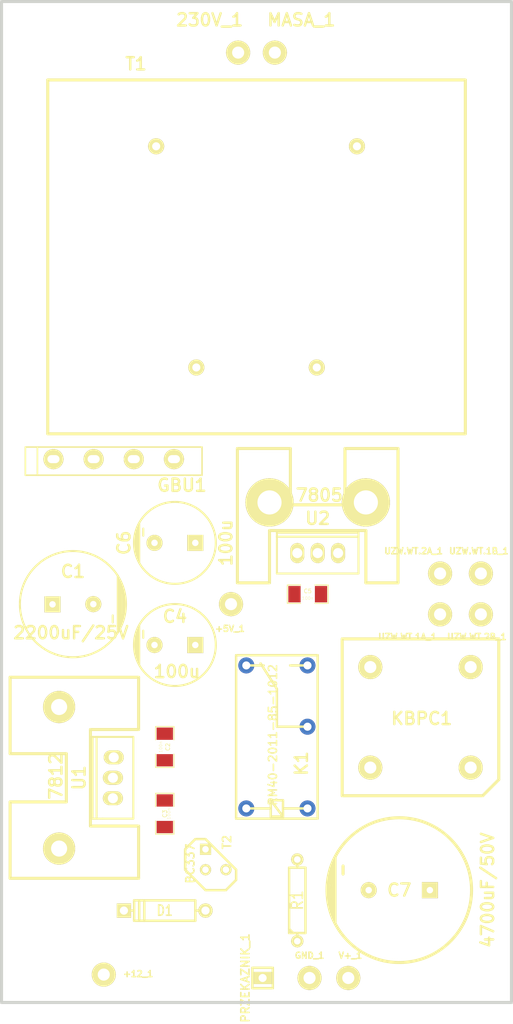
<source format=kicad_pcb>
(kicad_pcb (version 4) (host pcbnew 4.0.7)

  (general
    (links 39)
    (no_connects 39)
    (area 41.719499 32.66694 105.600501 161.495619)
    (thickness 1.6002)
    (drawings 4)
    (tracks 0)
    (zones 0)
    (modules 27)
    (nets 17)
  )

  (page A4)
  (title_block
    (date "29 dec 2016")
  )

  (layers
    (0 Gorna signal)
    (31 Dolna signal)
    (32 B.Adhes user)
    (33 F.Adhes user)
    (34 B.Paste user)
    (35 F.Paste user)
    (36 B.SilkS user)
    (37 F.SilkS user)
    (38 B.Mask user)
    (39 F.Mask user)
    (40 Dwgs.User user)
    (41 Cmts.User user)
    (42 Eco1.User user)
    (43 Eco2.User user)
    (44 Edge.Cuts user)
  )

  (setup
    (last_trace_width 0.508)
    (trace_clearance 0.254)
    (zone_clearance 0.508)
    (zone_45_only no)
    (trace_min 0.2032)
    (segment_width 0.381)
    (edge_width 0.381)
    (via_size 0.889)
    (via_drill 0.635)
    (via_min_size 0.889)
    (via_min_drill 0.508)
    (uvia_size 0.508)
    (uvia_drill 0.127)
    (uvias_allowed no)
    (uvia_min_size 0.508)
    (uvia_min_drill 0.127)
    (pcb_text_width 0.3048)
    (pcb_text_size 1.524 2.032)
    (mod_edge_width 0.381)
    (mod_text_size 1.524 1.524)
    (mod_text_width 0.3048)
    (pad_size 1.524 1.524)
    (pad_drill 0.8128)
    (pad_to_mask_clearance 0.254)
    (aux_axis_origin 41.91 34.29)
    (grid_origin 41.91 34.29)
    (visible_elements 7FFFFFFF)
    (pcbplotparams
      (layerselection 0x00030_80000001)
      (usegerberextensions true)
      (excludeedgelayer true)
      (linewidth 0.150000)
      (plotframeref false)
      (viasonmask false)
      (mode 1)
      (useauxorigin true)
      (hpglpennumber 1)
      (hpglpenspeed 20)
      (hpglpendiameter 15)
      (hpglpenoverlay 0)
      (psnegative false)
      (psa4output false)
      (plotreference true)
      (plotvalue true)
      (plotinvisibletext false)
      (padsonsilk false)
      (subtractmaskfromsilk true)
      (outputformat 1)
      (mirror false)
      (drillshape 1)
      (scaleselection 1)
      (outputdirectory Gerber_zasilanie/))
  )

  (net 0 "")
  (net 1 /+12V)
  (net 2 /+5V)
  (net 3 /V+)
  (net 4 GND)
  (net 5 N-000001)
  (net 6 N-000002)
  (net 7 N-000003)
  (net 8 N-000004)
  (net 9 N-000005)
  (net 10 N-000006)
  (net 11 N-000007)
  (net 12 N-000008)
  (net 13 N-000009)
  (net 14 N-000010)
  (net 15 N-000014)
  (net 16 N-000016)

  (net_class Default "To jest domyślna klasa połączeń."
    (clearance 0.254)
    (trace_width 0.508)
    (via_dia 0.889)
    (via_drill 0.635)
    (uvia_dia 0.508)
    (uvia_drill 0.127)
    (add_net N-000003)
    (add_net N-000004)
  )

  (net_class Zasilanie_glowne ""
    (clearance 0.254)
    (trace_width 2.032)
    (via_dia 0.889)
    (via_drill 0.635)
    (uvia_dia 0.508)
    (uvia_drill 0.127)
    (add_net /V+)
    (add_net GND)
    (add_net N-000001)
    (add_net N-000007)
    (add_net N-000008)
    (add_net N-000009)
    (add_net N-000010)
    (add_net N-000014)
  )

  (net_class Zasilanie_reszta ""
    (clearance 0.254)
    (trace_width 0.508)
    (via_dia 0.889)
    (via_drill 0.635)
    (uvia_dia 0.508)
    (uvia_drill 0.127)
    (add_net /+12V)
    (add_net /+5V)
    (add_net N-000002)
    (add_net N-000005)
    (add_net N-000006)
    (add_net N-000016)
  )

  (module to220_radiator_25x50x16 (layer Gorna) (tedit 5852E024) (tstamp 5846F63E)
    (at 55.88 130.81 90)
    (descr "TO220, standard design, with Aavid 5770 type heatsink")
    (path /5844339F)
    (fp_text reference U1 (at 0 -4.318 90) (layer F.SilkS)
      (effects (font (thickness 0.3048)))
    )
    (fp_text value 7812 (at 0.20066 -7.2009 90) (layer F.SilkS)
      (effects (font (thickness 0.3048)))
    )
    (fp_line (start 2.99974 -12.90066) (end 12.49934 -12.90066) (layer F.SilkS) (width 0.381))
    (fp_line (start 12.49934 -12.90066) (end 12.49934 3.0988) (layer F.SilkS) (width 0.381))
    (fp_line (start 12.49934 3.0988) (end 5.99948 3.0988) (layer F.SilkS) (width 0.381))
    (fp_line (start 5.99948 3.0988) (end 5.99948 -2.90068) (layer F.SilkS) (width 0.381))
    (fp_line (start 5.99948 -2.90068) (end -5.99948 -2.90068) (layer F.SilkS) (width 0.381))
    (fp_line (start -5.99948 -2.90068) (end -5.99948 3.0988) (layer F.SilkS) (width 0.381))
    (fp_line (start -5.99948 3.0988) (end -12.49934 3.0988) (layer F.SilkS) (width 0.381))
    (fp_line (start -12.49934 3.0988) (end -12.49934 -12.90066) (layer F.SilkS) (width 0.381))
    (fp_line (start -12.49934 -12.90066) (end -2.99974 -12.90066) (layer F.SilkS) (width 0.381))
    (fp_line (start -2.99974 -12.90066) (end -2.99974 -5.90042) (layer F.SilkS) (width 0.381))
    (fp_line (start -2.99974 -5.90042) (end 2.99974 -5.90042) (layer F.SilkS) (width 0.381))
    (fp_line (start 2.99974 -5.90042) (end 2.99974 -12.90066) (layer F.SilkS) (width 0.381))
    (fp_line (start -5.08 -2.13106) (end 5.08 -2.13106) (layer F.SilkS) (width 0.254))
    (fp_line (start -5.08 -1.36906) (end -5.08 2.44094) (layer F.SilkS) (width 0.254))
    (fp_line (start -5.08 2.44094) (end 5.08 2.44094) (layer F.SilkS) (width 0.254))
    (fp_line (start 5.08 2.44094) (end 5.08 -2.63906) (layer F.SilkS) (width 0.254))
    (fp_line (start 5.08 -2.63906) (end -5.08 -2.63906) (layer F.SilkS) (width 0.254))
    (fp_line (start -5.08 -2.63906) (end -5.08 -1.36906) (layer F.SilkS) (width 0.254))
    (pad "" thru_hole circle (at -8.8011 -6.79958 90) (size 4.0005 4.0005) (drill 1.99898) (layers *.Cu *.Mask F.SilkS))
    (pad 1 thru_hole oval (at -2.54 -0.1016 90) (size 1.74498 2.49936) (drill 1.24968) (layers *.Cu *.Mask F.SilkS)
      (net 16 N-000016))
    (pad 2 thru_hole oval (at 0 -0.09906 90) (size 1.74498 2.49936) (drill 1.24968) (layers *.Cu *.Mask F.SilkS)
      (net 4 GND))
    (pad 3 thru_hole oval (at 2.54 0 90) (size 1.74498 2.49936) (drill 1.24968) (layers *.Cu *.Mask F.SilkS)
      (net 1 /+12V))
    (pad "" thru_hole circle (at 8.8011 -6.79958 90) (size 4.0005 4.0005) (drill 1.99898) (layers *.Cu *.Mask F.SilkS))
    (model walter\to\to220_std_5770.wrl
      (at (xyz 0 0 0))
      (scale (xyz 1 1 1))
      (rotate (xyz 0 0 0))
    )
  )

  (module to220_radiator_20x40x16 (layer Gorna) (tedit 5852DFBE) (tstamp 5846E47B)
    (at 81.28 102.87)
    (descr "TO220, standard design, with Aavid 5770 type heatsink")
    (path /584433CF)
    (fp_text reference U2 (at 0 -4.318) (layer F.SilkS)
      (effects (font (thickness 0.3048)))
    )
    (fp_text value 7805 (at 0.20066 -7.2009) (layer F.SilkS)
      (effects (font (thickness 0.3048)))
    )
    (fp_line (start -9.99998 -12.99972) (end -3.40106 -12.99972) (layer F.SilkS) (width 0.381))
    (fp_line (start -3.40106 -12.99972) (end -3.40106 -5.99948) (layer F.SilkS) (width 0.381))
    (fp_line (start -3.40106 -5.99948) (end 3.39852 -5.99948) (layer F.SilkS) (width 0.381))
    (fp_line (start 3.39852 -5.99948) (end 3.39852 -12.99972) (layer F.SilkS) (width 0.381))
    (fp_line (start 3.39852 -12.99972) (end 9.99998 -12.99972) (layer F.SilkS) (width 0.381))
    (fp_line (start 5.99948 3.59918) (end 5.99948 3.69824) (layer F.SilkS) (width 0.381))
    (fp_line (start 5.99948 3.69824) (end 9.99998 3.69824) (layer F.SilkS) (width 0.381))
    (fp_line (start 9.99998 3.69824) (end 9.99998 -12.99972) (layer F.SilkS) (width 0.381))
    (fp_line (start 9.99998 -12.99972) (end 9.99998 -12.8016) (layer F.SilkS) (width 0.381))
    (fp_line (start -5.99948 3.69824) (end -5.99948 -2.80162) (layer F.SilkS) (width 0.381))
    (fp_line (start -5.99948 -2.80162) (end 5.99948 -2.80162) (layer F.SilkS) (width 0.381))
    (fp_line (start 5.99948 -2.80162) (end 5.99948 3.69824) (layer F.SilkS) (width 0.381))
    (fp_line (start -9.99998 3.69824) (end -5.99948 3.69824) (layer F.SilkS) (width 0.381))
    (fp_line (start -9.99998 -12.99972) (end -9.99998 3.69824) (layer F.SilkS) (width 0.381))
    (fp_line (start -5.08 -2.032) (end 5.08 -2.032) (layer F.SilkS) (width 0.254))
    (fp_line (start -5.08 -1.27) (end -5.08 2.54) (layer F.SilkS) (width 0.254))
    (fp_line (start -5.08 2.54) (end 5.08 2.54) (layer F.SilkS) (width 0.254))
    (fp_line (start 5.08 2.54) (end 5.08 -2.54) (layer F.SilkS) (width 0.254))
    (fp_line (start 5.08 -2.54) (end -5.08 -2.54) (layer F.SilkS) (width 0.254))
    (fp_line (start -5.08 -2.54) (end -5.08 -1.27) (layer F.SilkS) (width 0.254))
    (pad "" thru_hole circle (at -5.99948 -6.2992) (size 5.99948 5.99948) (drill 2.99974) (layers *.Cu *.Mask F.SilkS))
    (pad 1 thru_hole oval (at -2.54 0) (size 1.74498 2.49936) (drill 1.24968) (layers *.Cu *.Mask F.SilkS)
      (net 1 /+12V))
    (pad 2 thru_hole oval (at 0 0) (size 1.74498 2.49936) (drill 1.24968) (layers *.Cu *.Mask F.SilkS)
      (net 4 GND))
    (pad 3 thru_hole oval (at 2.54 0) (size 1.74498 2.49936) (drill 1.24968) (layers *.Cu *.Mask F.SilkS)
      (net 2 /+5V))
    (pad "" thru_hole circle (at 5.99948 -6.2992) (size 5.99948 5.99948) (drill 2.99974) (layers *.Cu *.Mask F.SilkS))
    (model walter\to\to220_std_5770.wrl
      (at (xyz 0 0 0))
      (scale (xyz 1 1 1))
      (rotate (xyz 0 0 0))
    )
  )

  (module Transformer_52x44 (layer Gorna) (tedit 582A1333) (tstamp 5846E478)
    (at 73.66 66.04)
    (tags "Transformator (52mm x 44mm)")
    (path /584432D1)
    (fp_text reference T1 (at -14.9987 -23.99792) (layer F.SilkS)
      (effects (font (thickness 0.3048)))
    )
    (fp_text value 12VA (at 0.00254 0.00254) (layer F.SilkS) hide
      (effects (font (thickness 0.3048)))
    )
    (fp_line (start -25.99436 -22.00148) (end 26.00452 -22.00148) (layer F.SilkS) (width 0.381))
    (fp_line (start 26.00452 -22.00148) (end 26.00452 21.99894) (layer F.SilkS) (width 0.381))
    (fp_line (start 26.00452 21.99894) (end -25.99436 21.99894) (layer F.SilkS) (width 0.381))
    (fp_line (start -25.99436 21.99894) (end -25.99436 -22.00148) (layer F.SilkS) (width 0.381))
    (pad 1 thru_hole circle (at -12.49426 -13.74902) (size 1.99898 1.99898) (drill 1.00076) (layers *.Cu *.Mask F.SilkS)
      (net 12 N-000008))
    (pad 2 thru_hole circle (at 12.50696 -13.74902) (size 1.99898 1.99898) (drill 1.00076) (layers *.Cu *.Mask F.SilkS)
      (net 11 N-000007))
    (pad 3 thru_hole circle (at 7.5057 13.75156) (size 1.99898 1.99898) (drill 1.00076) (layers *.Cu *.Mask F.SilkS)
      (net 10 N-000006))
    (pad 4 thru_hole circle (at -7.493 13.75156) (size 1.99898 1.99898) (drill 1.00076) (layers *.Cu *.Mask F.SilkS)
      (net 9 N-000005))
  )

  (module TO92-EBC (layer Gorna) (tedit 4718C1A9) (tstamp 5846E479)
    (at 68.58 140.97 90)
    (descr "Transistor TO92 brochage type BC237")
    (tags "TR TO92")
    (path /58469CC2)
    (fp_text reference T2 (at 2.159 1.397 90) (layer F.SilkS)
      (effects (font (size 1.016 1.016) (thickness 0.2032)))
    )
    (fp_text value BC337 (at -0.508 -3.175 90) (layer F.SilkS)
      (effects (font (size 1.016 1.016) (thickness 0.2032)))
    )
    (fp_line (start -1.27 2.54) (end 2.54 -1.27) (layer F.SilkS) (width 0.3048))
    (fp_line (start 2.54 -1.27) (end 2.54 -2.54) (layer F.SilkS) (width 0.3048))
    (fp_line (start 2.54 -2.54) (end 1.27 -3.81) (layer F.SilkS) (width 0.3048))
    (fp_line (start 1.27 -3.81) (end -1.27 -3.81) (layer F.SilkS) (width 0.3048))
    (fp_line (start -1.27 -3.81) (end -3.81 -1.27) (layer F.SilkS) (width 0.3048))
    (fp_line (start -3.81 -1.27) (end -3.81 1.27) (layer F.SilkS) (width 0.3048))
    (fp_line (start -3.81 1.27) (end -2.54 2.54) (layer F.SilkS) (width 0.3048))
    (fp_line (start -2.54 2.54) (end -1.27 2.54) (layer F.SilkS) (width 0.3048))
    (pad E thru_hole rect (at 1.27 -1.27 90) (size 1.397 1.397) (drill 0.8128) (layers *.Cu *.Mask F.SilkS)
      (net 4 GND))
    (pad B thru_hole circle (at -1.27 -1.27 90) (size 1.397 1.397) (drill 0.8128) (layers *.Cu *.Mask F.SilkS)
      (net 7 N-000003))
    (pad C thru_hole circle (at -1.27 1.27 90) (size 1.397 1.397) (drill 0.8128) (layers *.Cu *.Mask F.SilkS)
      (net 6 N-000002))
    (model discret/to98.wrl
      (at (xyz 0 0 0))
      (scale (xyz 1 1 1))
      (rotate (xyz 0 0 0))
    )
  )

  (module SM1206 (layer Gorna) (tedit 4F22E74B) (tstamp 5846E47C)
    (at 62.24016 126.97968 270)
    (path /5844331A)
    (attr smd)
    (fp_text reference C2 (at 0 -0.381 270) (layer F.SilkS)
      (effects (font (size 0.508 0.508) (thickness 0.0762)))
    )
    (fp_text value 100n (at 0 0.508 270) (layer F.SilkS)
      (effects (font (size 0.381 0.381) (thickness 0.03048)))
    )
    (fp_line (start -2.54 -1.143) (end -2.54 1.143) (layer F.SilkS) (width 0.127))
    (fp_line (start -2.54 1.143) (end -0.889 1.143) (layer F.SilkS) (width 0.127))
    (fp_line (start 0.889 -1.143) (end 2.54 -1.143) (layer F.SilkS) (width 0.127))
    (fp_line (start 2.54 -1.143) (end 2.54 1.143) (layer F.SilkS) (width 0.127))
    (fp_line (start 2.54 1.143) (end 0.889 1.143) (layer F.SilkS) (width 0.127))
    (fp_line (start -0.889 -1.143) (end -2.54 -1.143) (layer F.SilkS) (width 0.127))
    (pad 1 smd rect (at -1.651 0 270) (size 1.524 2.032) (layers Gorna F.Paste F.Mask)
      (net 16 N-000016))
    (pad 2 smd rect (at 1.651 0 270) (size 1.524 2.032) (layers Gorna F.Paste F.Mask)
      (net 4 GND))
    (model smd/chip_cms.wrl
      (at (xyz 0 0 0.001))
      (scale (xyz 0.17 0.16 0.16))
      (rotate (xyz 0 0 0))
    )
  )

  (module SM1206 (layer Gorna) (tedit 5846E6DB) (tstamp 5846E47E)
    (at 62.24016 135.2804 90)
    (path /584433AA)
    (attr smd)
    (fp_text reference C3 (at 0 0 90) (layer F.SilkS)
      (effects (font (size 0.508 0.508) (thickness 0.0762)))
    )
    (fp_text value 100n (at 0 0.508 90) (layer F.SilkS)
      (effects (font (size 0.381 0.381) (thickness 0.03048)))
    )
    (fp_line (start -2.54 -1.143) (end -2.54 1.143) (layer F.SilkS) (width 0.127))
    (fp_line (start -2.54 1.143) (end -0.889 1.143) (layer F.SilkS) (width 0.127))
    (fp_line (start 0.889 -1.143) (end 2.54 -1.143) (layer F.SilkS) (width 0.127))
    (fp_line (start 2.54 -1.143) (end 2.54 1.143) (layer F.SilkS) (width 0.127))
    (fp_line (start 2.54 1.143) (end 0.889 1.143) (layer F.SilkS) (width 0.127))
    (fp_line (start -0.889 -1.143) (end -2.54 -1.143) (layer F.SilkS) (width 0.127))
    (pad 1 smd rect (at -1.651 0 90) (size 1.524 2.032) (layers Gorna F.Paste F.Mask)
      (net 1 /+12V))
    (pad 2 smd rect (at 1.651 0 90) (size 1.524 2.032) (layers Gorna F.Paste F.Mask)
      (net 4 GND))
    (model smd/chip_cms.wrl
      (at (xyz 0 0 0.001))
      (scale (xyz 0.17 0.16 0.16))
      (rotate (xyz 0 0 0))
    )
  )

  (module SM1206 (layer Gorna) (tedit 4F22E74B) (tstamp 5846E480)
    (at 80.04048 107.98048)
    (path /584433E6)
    (attr smd)
    (fp_text reference C5 (at 0 -0.381) (layer F.SilkS)
      (effects (font (size 0.508 0.508) (thickness 0.0762)))
    )
    (fp_text value 100n (at 0 0.508) (layer F.SilkS)
      (effects (font (size 0.381 0.381) (thickness 0.03048)))
    )
    (fp_line (start -2.54 -1.143) (end -2.54 1.143) (layer F.SilkS) (width 0.127))
    (fp_line (start -2.54 1.143) (end -0.889 1.143) (layer F.SilkS) (width 0.127))
    (fp_line (start 0.889 -1.143) (end 2.54 -1.143) (layer F.SilkS) (width 0.127))
    (fp_line (start 2.54 -1.143) (end 2.54 1.143) (layer F.SilkS) (width 0.127))
    (fp_line (start 2.54 1.143) (end 0.889 1.143) (layer F.SilkS) (width 0.127))
    (fp_line (start -0.889 -1.143) (end -2.54 -1.143) (layer F.SilkS) (width 0.127))
    (pad 1 smd rect (at -1.651 0) (size 1.524 2.032) (layers Gorna F.Paste F.Mask)
      (net 2 /+5V))
    (pad 2 smd rect (at 1.651 0) (size 1.524 2.032) (layers Gorna F.Paste F.Mask)
      (net 4 GND))
    (model smd/chip_cms.wrl
      (at (xyz 0 0 0.001))
      (scale (xyz 0.17 0.16 0.16))
      (rotate (xyz 0 0 0))
    )
  )

  (module relay_PE (layer Gorna) (tedit 5852AA83) (tstamp 5846F6A1)
    (at 76.2 125.73 90)
    (descr "relay, PE series")
    (path /5846E38D)
    (fp_text reference K1 (at -3.302 3.048 90) (layer F.SilkS)
      (effects (font (thickness 0.3048)))
    )
    (fp_text value RM40-2011-85-1012 (at 0.254 -0.508 90) (layer F.SilkS)
      (effects (font (size 1.016 1.016) (thickness 0.1905)))
    )
    (fp_line (start 5.969 0) (end 9.144 -2.032) (layer F.SilkS) (width 0.3048))
    (fp_line (start 8.89 -1.651) (end 8.89 -3.81) (layer F.SilkS) (width 0.3048))
    (fp_line (start 8.89 3.81) (end 8.89 1.651) (layer F.SilkS) (width 0.3048))
    (fp_line (start 1.27 3.81) (end 1.27 0) (layer F.SilkS) (width 0.3048))
    (fp_line (start 1.27 0) (end 5.969 0) (layer F.SilkS) (width 0.3048))
    (fp_line (start -8.89 3.81) (end -8.89 0.762) (layer F.SilkS) (width 0.3048))
    (fp_line (start -8.89 -3.81) (end -8.89 -0.762) (layer F.SilkS) (width 0.3048))
    (fp_line (start -9.906 0.762) (end -7.874 -0.762) (layer F.SilkS) (width 0.3048))
    (fp_line (start -9.906 -0.762) (end -7.874 -0.762) (layer F.SilkS) (width 0.3048))
    (fp_line (start -7.874 -0.762) (end -7.874 0.762) (layer F.SilkS) (width 0.3048))
    (fp_line (start -7.874 0.762) (end -9.906 0.762) (layer F.SilkS) (width 0.3048))
    (fp_line (start -9.906 0.762) (end -9.906 -0.762) (layer F.SilkS) (width 0.3048))
    (fp_line (start -10.16 -5.08) (end -10.16 5.08) (layer F.SilkS) (width 0.3048))
    (fp_line (start -10.16 5.08) (end 10.16 5.08) (layer F.SilkS) (width 0.3048))
    (fp_line (start 10.16 5.08) (end 10.16 -5.08) (layer F.SilkS) (width 0.3048))
    (fp_line (start 10.16 -5.08) (end -10.16 -5.08) (layer F.SilkS) (width 0.3048))
    (pad 1 thru_hole circle (at -8.89 3.81 270) (size 1.99898 1.99898) (drill 1.00076) (layers *.Cu *.Mask)
      (net 1 /+12V))
    (pad 11 thru_hole circle (at 1.27 3.81 270) (size 1.99898 1.99898) (drill 1.00076) (layers *.Cu *.Mask)
      (net 13 N-000009))
    (pad 14 thru_hole circle (at 8.89 3.81 270) (size 1.99898 1.99898) (drill 1.00076) (layers *.Cu *.Mask)
      (net 14 N-000010))
    (pad 12 thru_hole circle (at 8.89 -3.81 270) (size 1.99898 1.99898) (drill 1.00076) (layers *.Cu *.Mask)
      (net 15 N-000014))
    (pad 2 thru_hole circle (at -8.89 -3.81 270) (size 1.99898 1.99898) (drill 1.00076) (layers *.Cu *.Mask)
      (net 6 N-000002))
    (model walter\relay\relay_PE.wrl
      (at (xyz 0 0 0))
      (scale (xyz 1 1 1))
      (rotate (xyz 0 0 0))
    )
  )

  (module R4 (layer Gorna) (tedit 5846F8E3) (tstamp 5846E484)
    (at 78.74 146.05 90)
    (descr "Resitance 4 pas")
    (tags R)
    (path /58469CC8)
    (autoplace_cost180 10)
    (fp_text reference R1 (at 0 0 90) (layer F.SilkS)
      (effects (font (size 1.397 1.27) (thickness 0.2032)))
    )
    (fp_text value 4,7k (at 0 0 90) (layer F.SilkS) hide
      (effects (font (size 0.127 0.127) (thickness 0.03048)))
    )
    (fp_line (start -5.08 0) (end -4.064 0) (layer F.SilkS) (width 0.3048))
    (fp_line (start -4.064 0) (end -4.064 -1.016) (layer F.SilkS) (width 0.3048))
    (fp_line (start -4.064 -1.016) (end 4.064 -1.016) (layer F.SilkS) (width 0.3048))
    (fp_line (start 4.064 -1.016) (end 4.064 1.016) (layer F.SilkS) (width 0.3048))
    (fp_line (start 4.064 1.016) (end -4.064 1.016) (layer F.SilkS) (width 0.3048))
    (fp_line (start -4.064 1.016) (end -4.064 0) (layer F.SilkS) (width 0.3048))
    (fp_line (start -4.064 -0.508) (end -3.556 -1.016) (layer F.SilkS) (width 0.3048))
    (fp_line (start 5.08 0) (end 4.064 0) (layer F.SilkS) (width 0.3048))
    (pad 1 thru_hole circle (at -5.08 0 90) (size 1.524 1.524) (drill 0.8128) (layers *.Cu *.Mask F.SilkS)
      (net 8 N-000004))
    (pad 2 thru_hole circle (at 5.08 0 90) (size 1.524 1.524) (drill 0.8128) (layers *.Cu *.Mask F.SilkS)
      (net 7 N-000003))
    (model discret/resistor.wrl
      (at (xyz 0 0 0))
      (scale (xyz 0.4 0.4 0.4))
      (rotate (xyz 0 0 0))
    )
  )

  (module KBPC10 (layer Gorna) (tedit 5852AA8D) (tstamp 5846E485)
    (at 100.33 129.54 180)
    (tags "Obudowa KBPC10")
    (path /58443A5C)
    (fp_text reference KBPC1 (at 6.096 6.096 180) (layer F.SilkS)
      (effects (font (thickness 0.3048)))
    )
    (fp_text value BRIDGE (at 6.35 6.35 180) (layer F.SilkS) hide
      (effects (font (thickness 0.3048)))
    )
    (fp_line (start -1.50114 -3.50012) (end 15.99946 -3.50012) (layer F.SilkS) (width 0.381))
    (fp_line (start 15.99946 -3.50012) (end 15.99946 15.99946) (layer F.SilkS) (width 0.381))
    (fp_line (start 15.99946 15.99946) (end -3.50012 15.99946) (layer F.SilkS) (width 0.381))
    (fp_line (start -3.50012 15.99946) (end -3.50012 -1.50114) (layer F.SilkS) (width 0.381))
    (fp_line (start -3.50012 -1.50114) (end -1.50114 -3.50012) (layer F.SilkS) (width 0.381))
    (pad 1 thru_hole circle (at 12.49934 12.49934 180) (size 2.99974 2.99974) (drill 1.50114) (layers *.Cu *.Mask F.SilkS)
      (net 4 GND))
    (pad 2 thru_hole circle (at 12.49934 0 180) (size 2.99974 2.99974) (drill 1.50114) (layers *.Cu *.Mask F.SilkS)
      (net 5 N-000001))
    (pad 3 thru_hole circle (at 0 0 180) (size 2.99974 2.99974) (drill 1.50114) (layers *.Cu *.Mask F.SilkS)
      (net 3 /V+))
    (pad 4 thru_hole circle (at 0 12.49934 180) (size 2.99974 2.99974) (drill 1.50114) (layers *.Cu *.Mask F.SilkS)
      (net 13 N-000009))
  )

  (module GBU (layer Gorna) (tedit 582A1CCC) (tstamp 5846E486)
    (at 55.88 91.44 180)
    (path /584432E4)
    (fp_text reference GBU1 (at -8.4963 -2.9972 180) (layer F.SilkS)
      (effects (font (thickness 0.3048)))
    )
    (fp_text value BRIDGE (at 6.5024 -2.9972 180) (layer F.SilkS) hide
      (effects (font (thickness 0.3048)))
    )
    (fp_line (start 9.50214 -1.74752) (end 9.50214 1.7526) (layer F.SilkS) (width 0.20066))
    (fp_line (start -10.9982 -1.74752) (end 11.00074 -1.74752) (layer F.SilkS) (width 0.20066))
    (fp_line (start 11.00074 -1.74752) (end 11.00074 1.7526) (layer F.SilkS) (width 0.20066))
    (fp_line (start 11.00074 1.7526) (end -10.9982 1.7526) (layer F.SilkS) (width 0.20066))
    (fp_line (start -10.9982 1.7526) (end -10.9982 -1.74752) (layer F.SilkS) (width 0.20066))
    (pad 1 thru_hole circle (at -7.49808 0.25146 180) (size 2.49936 2.49936) (drill oval 1.50114 1.00076) (layers *.Cu *.Mask F.SilkS)
      (net 4 GND))
    (pad 2 thru_hole circle (at -2.49682 0.25146 180) (size 2.49936 2.49936) (drill oval 1.50114 1.00076) (layers *.Cu *.Mask F.SilkS)
      (net 10 N-000006))
    (pad 3 thru_hole circle (at 7.50316 0.25146 180) (size 2.49936 2.49936) (drill oval 1.50114 1.00076) (layers *.Cu *.Mask F.SilkS)
      (net 16 N-000016))
    (pad 4 thru_hole circle (at 2.5019 0.25146 180) (size 2.49936 2.49936) (drill oval 1.50114 1.00076) (layers *.Cu *.Mask F.SilkS)
      (net 9 N-000005))
  )

  (module D4 (layer Gorna) (tedit 5846F8A7) (tstamp 5846E487)
    (at 62.23 147.32 180)
    (descr "Diode 4 pas")
    (tags "DIODE DEV")
    (path /58469F5A)
    (fp_text reference D1 (at 0 0 180) (layer F.SilkS)
      (effects (font (size 1.27 1.016) (thickness 0.2032)))
    )
    (fp_text value 1N5819 (at 0 0 180) (layer F.SilkS) hide
      (effects (font (size 0.127 0.127) (thickness 0.03048)))
    )
    (fp_line (start -3.81 -1.27) (end 3.81 -1.27) (layer F.SilkS) (width 0.3048))
    (fp_line (start 3.81 -1.27) (end 3.81 1.27) (layer F.SilkS) (width 0.3048))
    (fp_line (start 3.81 1.27) (end -3.81 1.27) (layer F.SilkS) (width 0.3048))
    (fp_line (start -3.81 1.27) (end -3.81 -1.27) (layer F.SilkS) (width 0.3048))
    (fp_line (start 3.175 -1.27) (end 3.175 1.27) (layer F.SilkS) (width 0.3048))
    (fp_line (start 2.54 1.27) (end 2.54 -1.27) (layer F.SilkS) (width 0.3048))
    (fp_line (start -3.81 0) (end -5.08 0) (layer F.SilkS) (width 0.3048))
    (fp_line (start 3.81 0) (end 5.08 0) (layer F.SilkS) (width 0.3048))
    (pad 1 thru_hole circle (at -5.08 0 180) (size 1.778 1.778) (drill 1.016) (layers *.Cu *.Mask F.SilkS)
      (net 6 N-000002))
    (pad 2 thru_hole rect (at 5.08 0 180) (size 1.778 1.778) (drill 1.016) (layers *.Cu *.Mask F.SilkS)
      (net 1 /+12V))
    (model discret/diode.wrl
      (at (xyz 0 0 0))
      (scale (xyz 0.4 0.4 0.4))
      (rotate (xyz 0 0 0))
    )
  )

  (module CP_18x37mm (layer Gorna) (tedit 5852A969) (tstamp 5852A974)
    (at 91.44 144.78 90)
    (descr "Capacitor, pol, cyl 16x25mm")
    (path /58443AB3)
    (fp_text reference C7 (at 0 0 180) (layer F.SilkS)
      (effects (font (thickness 0.3048)))
    )
    (fp_text value 4700uF/50V (at 0 11.00074 90) (layer F.SilkS)
      (effects (font (thickness 0.3048)))
    )
    (fp_line (start 1.99898 -7.00024) (end 2.99974 -7.00024) (layer F.SilkS) (width 0.381))
    (fp_line (start -4.0005 -8.001) (end 4.0005 -8.001) (layer F.SilkS) (width 0.381))
    (fp_line (start 4.0005 -8.001) (end 0.76962 -8.71982) (layer F.SilkS) (width 0.381))
    (fp_line (start 0.76962 -8.71982) (end -1.56972 -8.66902) (layer F.SilkS) (width 0.381))
    (fp_line (start -1.56972 -8.66902) (end -3.07086 -8.27024) (layer F.SilkS) (width 0.381))
    (fp_line (start -3.07086 -8.27024) (end -0.381 -8.33882) (layer F.SilkS) (width 0.381))
    (fp_line (start -0.381 -8.33882) (end 1.81102 -8.33882) (layer F.SilkS) (width 0.381))
    (fp_line (start 1.81102 -8.33882) (end 2.79908 -8.18896) (layer F.SilkS) (width 0.381))
    (fp_circle (center 0 0) (end 8.99922 0) (layer F.SilkS) (width 0.381))
    (pad 2 thru_hole circle (at 0 -3.81 90) (size 1.99898 1.99898) (drill 0.8001) (layers *.Cu *.Mask F.SilkS)
      (net 4 GND))
    (pad 1 thru_hole rect (at 0 3.81 90) (size 1.99898 1.99898) (drill 0.8001) (layers *.Cu *.Mask F.SilkS)
      (net 3 /V+))
    (model discret/capacitor/cp_16x25mm.wrl
      (at (xyz 0 0 0))
      (scale (xyz 1 1 1))
      (rotate (xyz 0 0 0))
    )
  )

  (module CP_13x21mm (layer Gorna) (tedit 5852A9CC) (tstamp 5846E489)
    (at 50.8 109.22 270)
    (descr "Capacitor, pol, cyl 13x21mm")
    (path /58443330)
    (fp_text reference C1 (at -4.064 0 360) (layer F.SilkS)
      (effects (font (thickness 0.3048)))
    )
    (fp_text value 2200uF/25V (at 3.556 0.254 360) (layer F.SilkS)
      (effects (font (thickness 0.3048)))
    )
    (fp_line (start -2.032 -5.969) (end 2.032 -5.969) (layer F.SilkS) (width 0.254))
    (fp_line (start 2.921 -5.715) (end -2.794 -5.715) (layer F.SilkS) (width 0.254))
    (fp_line (start -2.794 -5.715) (end -1.905 -5.715) (layer F.SilkS) (width 0.254))
    (fp_line (start 1.397 -6.35) (end -1.27 -6.35) (layer F.SilkS) (width 0.254))
    (fp_line (start -2.159 -6.096) (end 2.159 -6.096) (layer F.SilkS) (width 0.254))
    (fp_line (start 2.794 -5.842) (end -2.794 -5.842) (layer F.SilkS) (width 0.254))
    (fp_line (start -2.794 -5.842) (end -2.667 -5.842) (layer F.SilkS) (width 0.254))
    (fp_line (start 3.556 -5.588) (end -3.556 -5.588) (layer F.SilkS) (width 0.254))
    (fp_line (start -3.556 -5.588) (end -0.889 -6.477) (layer F.SilkS) (width 0.254))
    (fp_line (start -0.889 -6.477) (end 0.889 -6.477) (layer F.SilkS) (width 0.254))
    (fp_line (start 0.889 -6.477) (end 3.429 -5.588) (layer F.SilkS) (width 0.254))
    (fp_line (start 3.429 -5.588) (end 3.048 -5.715) (layer F.SilkS) (width 0.254))
    (fp_circle (center 0 0) (end -6.604 0) (layer F.SilkS) (width 0.254))
    (fp_line (start 1.397 -4.953) (end 2.286 -4.953) (layer F.SilkS) (width 0.254))
    (pad 1 thru_hole rect (at 0.0254 2.54 270) (size 1.99898 1.99898) (drill 0.8001) (layers *.Cu *.Mask F.SilkS)
      (net 16 N-000016))
    (pad 2 thru_hole circle (at 0 -2.54 270) (size 1.99898 1.99898) (drill 0.8001) (layers *.Cu *.Mask F.SilkS)
      (net 4 GND))
    (model discret/capacitor/cp_13x21mm.wrl
      (at (xyz 0 0 0))
      (scale (xyz 1 1 1))
      (rotate (xyz 0 0 0))
    )
  )

  (module CP_10x16mm (layer Gorna) (tedit 4B90D637) (tstamp 5846E48A)
    (at 63.5 101.6 90)
    (descr "Capacitor, pol, cyl 10x16mm")
    (path /584433EA)
    (fp_text reference C6 (at 0 -6.35 90) (layer F.SilkS)
      (effects (font (thickness 0.3048)))
    )
    (fp_text value 100u (at 0 6.35 90) (layer F.SilkS)
      (effects (font (thickness 0.3048)))
    )
    (fp_line (start -2.413 -4.445) (end 2.413 -4.445) (layer F.SilkS) (width 0.254))
    (fp_line (start 1.143 -4.826) (end -1.143 -4.826) (layer F.SilkS) (width 0.254))
    (fp_circle (center 0 0) (end 5.08 0.381) (layer F.SilkS) (width 0.254))
    (fp_line (start 2.032 -4.445) (end -2.032 -4.445) (layer F.SilkS) (width 0.254))
    (fp_line (start -2.032 -4.445) (end -1.651 -4.572) (layer F.SilkS) (width 0.254))
    (fp_line (start -1.651 -4.572) (end 1.651 -4.572) (layer F.SilkS) (width 0.254))
    (fp_line (start 1.651 -4.572) (end 2.032 -4.445) (layer F.SilkS) (width 0.254))
    (fp_line (start 0.889 -3.937) (end 1.778 -3.937) (layer F.SilkS) (width 0.254))
    (fp_line (start 1.016 -4.953) (end -1.016 -4.953) (layer F.SilkS) (width 0.254))
    (fp_line (start -1.016 -4.826) (end 1.016 -4.826) (layer F.SilkS) (width 0.254))
    (fp_line (start -1.524 -4.699) (end 1.524 -4.699) (layer F.SilkS) (width 0.254))
    (pad 1 thru_hole rect (at 0 2.54 90) (size 1.99898 1.99898) (drill 0.8001) (layers *.Cu *.Mask F.SilkS)
      (net 2 /+5V))
    (pad 2 thru_hole circle (at 0 -2.54 90) (size 1.99898 1.99898) (drill 0.8001) (layers *.Cu *.Mask F.SilkS)
      (net 4 GND))
    (model discret/capacitor/cp_10x16mm.wrl
      (at (xyz 0 0 0))
      (scale (xyz 1 1 1))
      (rotate (xyz 0 0 0))
    )
  )

  (module CP_10x16mm (layer Gorna) (tedit 5852A9BF) (tstamp 5846E48C)
    (at 63.5 114.3 90)
    (descr "Capacitor, pol, cyl 10x16mm")
    (path /584433B3)
    (fp_text reference C4 (at 3.556 0 180) (layer F.SilkS)
      (effects (font (thickness 0.3048)))
    )
    (fp_text value 100u (at -3.302 0.254 180) (layer F.SilkS)
      (effects (font (thickness 0.3048)))
    )
    (fp_line (start -2.413 -4.445) (end 2.413 -4.445) (layer F.SilkS) (width 0.254))
    (fp_line (start 1.143 -4.826) (end -1.143 -4.826) (layer F.SilkS) (width 0.254))
    (fp_circle (center 0 0) (end 5.08 0.381) (layer F.SilkS) (width 0.254))
    (fp_line (start 2.032 -4.445) (end -2.032 -4.445) (layer F.SilkS) (width 0.254))
    (fp_line (start -2.032 -4.445) (end -1.651 -4.572) (layer F.SilkS) (width 0.254))
    (fp_line (start -1.651 -4.572) (end 1.651 -4.572) (layer F.SilkS) (width 0.254))
    (fp_line (start 1.651 -4.572) (end 2.032 -4.445) (layer F.SilkS) (width 0.254))
    (fp_line (start 0.889 -3.937) (end 1.778 -3.937) (layer F.SilkS) (width 0.254))
    (fp_line (start 1.016 -4.953) (end -1.016 -4.953) (layer F.SilkS) (width 0.254))
    (fp_line (start -1.016 -4.826) (end 1.016 -4.826) (layer F.SilkS) (width 0.254))
    (fp_line (start -1.524 -4.699) (end 1.524 -4.699) (layer F.SilkS) (width 0.254))
    (pad 1 thru_hole rect (at 0 2.54 90) (size 1.99898 1.99898) (drill 0.8001) (layers *.Cu *.Mask F.SilkS)
      (net 1 /+12V))
    (pad 2 thru_hole circle (at 0 -2.54 90) (size 1.99898 1.99898) (drill 0.8001) (layers *.Cu *.Mask F.SilkS)
      (net 4 GND))
    (model discret/capacitor/cp_10x16mm.wrl
      (at (xyz 0 0 0))
      (scale (xyz 1 1 1))
      (rotate (xyz 0 0 0))
    )
  )

  (module 1pin_1.5mm (layer Gorna) (tedit 5852A8F6) (tstamp 5846E48D)
    (at 96.52 105.41)
    (descr "Pin o srednicy otworu 1,5mm")
    (path /5844327F)
    (fp_text reference UZW.WT.2A_1 (at -3.302 -2.794) (layer F.SilkS)
      (effects (font (size 0.762 0.762) (thickness 0.1905)))
    )
    (fp_text value CONN_1 (at -5.99948 -6.49986) (layer F.SilkS) hide
      (effects (font (thickness 0.3048)))
    )
    (pad 1 thru_hole circle (at 0 0) (size 2.99974 2.99974) (drill 1.50114) (layers *.Cu *.Mask F.SilkS)
      (net 14 N-000010))
  )

  (module 1pin_1.5mm (layer Gorna) (tedit 5852A998) (tstamp 5846E48F)
    (at 85.09 155.702)
    (descr "Pin o srednicy otworu 1,5mm")
    (path /5846E25F)
    (fp_text reference V+_1 (at 0.254 -2.794) (layer F.SilkS)
      (effects (font (size 0.762 0.762) (thickness 0.1905)))
    )
    (fp_text value CONN_1 (at -5.99948 -6.49986) (layer F.SilkS) hide
      (effects (font (thickness 0.3048)))
    )
    (pad 1 thru_hole circle (at 0 0) (size 2.99974 2.99974) (drill 1.50114) (layers *.Cu *.Mask F.SilkS)
      (net 3 /V+))
  )

  (module 1pin_1.5mm (layer Gorna) (tedit 5852A915) (tstamp 5846E491)
    (at 101.6 105.41)
    (descr "Pin o srednicy otworu 1,5mm")
    (path /5844327D)
    (fp_text reference UZW.WT.1B_1 (at -0.254 -2.794) (layer F.SilkS)
      (effects (font (size 0.762 0.762) (thickness 0.1905)))
    )
    (fp_text value CONN_1 (at -5.99948 -6.49986) (layer F.SilkS) hide
      (effects (font (thickness 0.3048)))
    )
    (pad 1 thru_hole circle (at 0 0) (size 2.99974 2.99974) (drill 1.50114) (layers *.Cu *.Mask F.SilkS)
      (net 14 N-000010))
  )

  (module 1pin_1.5mm (layer Gorna) (tedit 5852A914) (tstamp 5846E493)
    (at 101.6 110.49)
    (descr "Pin o srednicy otworu 1,5mm")
    (path /58443BFB)
    (fp_text reference UZW.WT.2B_1 (at -0.508 2.794) (layer F.SilkS)
      (effects (font (size 0.762 0.762) (thickness 0.1905)))
    )
    (fp_text value CONN_1 (at -5.99948 -6.49986) (layer F.SilkS) hide
      (effects (font (thickness 0.3048)))
    )
    (pad 1 thru_hole circle (at 0 0) (size 2.99974 2.99974) (drill 1.50114) (layers *.Cu *.Mask F.SilkS)
      (net 5 N-000001))
  )

  (module 1pin_1.5mm (layer Gorna) (tedit 5852AA01) (tstamp 5846F638)
    (at 70.485 109.22)
    (descr "Pin o srednicy otworu 1,5mm")
    (path /5846E265)
    (fp_text reference +5V_1 (at -0.127 3.048) (layer F.SilkS)
      (effects (font (size 0.762 0.762) (thickness 0.1905)))
    )
    (fp_text value CONN_1 (at -5.99948 -6.49986) (layer F.SilkS) hide
      (effects (font (thickness 0.3048)))
    )
    (pad 1 thru_hole circle (at 0 0) (size 2.99974 2.99974) (drill 1.50114) (layers *.Cu *.Mask F.SilkS)
      (net 2 /+5V))
  )

  (module 1pin_1.5mm (layer Gorna) (tedit 5852A91B) (tstamp 5846E497)
    (at 96.52 110.49)
    (descr "Pin o srednicy otworu 1,5mm")
    (path /5844327A)
    (fp_text reference UZW.WT.1A_1 (at -4.064 2.794) (layer F.SilkS)
      (effects (font (size 0.762 0.762) (thickness 0.1905)))
    )
    (fp_text value CONN_1 (at -5.99948 -6.49986) (layer F.SilkS) hide
      (effects (font (thickness 0.3048)))
    )
    (pad 1 thru_hole circle (at 0 0) (size 2.99974 2.99974) (drill 1.50114) (layers *.Cu *.Mask F.SilkS)
      (net 15 N-000014))
  )

  (module 1pin_1.5mm (layer Gorna) (tedit 5852A8B6) (tstamp 5846E499)
    (at 75.946 40.64)
    (descr "Pin o srednicy otworu 1,5mm")
    (path /58443277)
    (fp_text reference MASA_1 (at 3.302 -4.064) (layer F.SilkS)
      (effects (font (thickness 0.3048)))
    )
    (fp_text value CONN_1 (at -5.99948 -6.49986) (layer F.SilkS) hide
      (effects (font (thickness 0.3048)))
    )
    (pad 1 thru_hole circle (at 0 0) (size 2.99974 2.99974) (drill 1.50114) (layers *.Cu *.Mask F.SilkS)
      (net 11 N-000007))
  )

  (module 1pin_1.5mm (layer Gorna) (tedit 5852A994) (tstamp 5846E49B)
    (at 80.264 155.702)
    (descr "Pin o srednicy otworu 1,5mm")
    (path /58443B85)
    (fp_text reference GND_1 (at 0 -2.794) (layer F.SilkS)
      (effects (font (size 0.762 0.762) (thickness 0.1905)))
    )
    (fp_text value CONN_1 (at -5.99948 -6.49986) (layer F.SilkS) hide
      (effects (font (thickness 0.3048)))
    )
    (pad 1 thru_hole circle (at 0 0) (size 2.99974 2.99974) (drill 1.50114) (layers *.Cu *.Mask F.SilkS)
      (net 4 GND))
  )

  (module 1pin_1.5mm (layer Gorna) (tedit 5852A8B8) (tstamp 5846E49D)
    (at 71.374 40.64)
    (descr "Pin o srednicy otworu 1,5mm")
    (path /58443271)
    (fp_text reference 230V_1 (at -3.556 -4.064) (layer F.SilkS)
      (effects (font (thickness 0.3048)))
    )
    (fp_text value CONN_1 (at -5.99948 -6.49986) (layer F.SilkS) hide
      (effects (font (thickness 0.3048)))
    )
    (pad 1 thru_hole circle (at 0 0) (size 2.99974 2.99974) (drill 1.50114) (layers *.Cu *.Mask F.SilkS)
      (net 12 N-000008))
  )

  (module 1pin_1.5mm (layer Gorna) (tedit 5852A951) (tstamp 5846E49F)
    (at 54.64048 155.28036)
    (descr "Pin o srednicy otworu 1,5mm")
    (path /5846E267)
    (fp_text reference +12_1 (at 4.28752 -0.08636) (layer F.SilkS)
      (effects (font (size 0.762 0.762) (thickness 0.1905)))
    )
    (fp_text value CONN_1 (at -5.99948 -6.49986) (layer F.SilkS) hide
      (effects (font (thickness 0.3048)))
    )
    (pad 1 thru_hole circle (at 0 0) (size 2.99974 2.99974) (drill 1.50114) (layers *.Cu *.Mask F.SilkS)
      (net 1 /+12V))
  )

  (module pin_strip_1 (layer Gorna) (tedit 4B90E035) (tstamp 5846E481)
    (at 74.422 155.702 90)
    (descr "Pin strip 1pin")
    (tags "CONN DEV")
    (path /58443B89)
    (fp_text reference PRZEKAZNIK_1 (at 0 -2.159 90) (layer F.SilkS)
      (effects (font (size 1.016 1.016) (thickness 0.2032)))
    )
    (fp_text value CONN_1 (at 0.254 -3.556 90) (layer F.SilkS) hide
      (effects (font (size 1.016 0.889) (thickness 0.2032)))
    )
    (fp_line (start 1.27 1.27) (end -1.27 1.27) (layer F.SilkS) (width 0.3048))
    (fp_line (start -1.27 -1.27) (end 1.27 -1.27) (layer F.SilkS) (width 0.3048))
    (fp_line (start -1.27 1.27) (end -1.27 -1.27) (layer F.SilkS) (width 0.3048))
    (fp_line (start 1.27 -1.27) (end 1.27 1.27) (layer F.SilkS) (width 0.3048))
    (pad 1 thru_hole rect (at 0 0 90) (size 1.524 2.19964) (drill 1.00076) (layers *.Cu *.Mask F.SilkS)
      (net 8 N-000004))
    (model walter\pin_strip\pin_strip_1.wrl
      (at (xyz 0 0 0))
      (scale (xyz 1 1 1))
      (rotate (xyz 0 0 0))
    )
  )

  (gr_line (start 105.41 34.29) (end 105.41 158.75) (angle 90) (layer Edge.Cuts) (width 0.381))
  (gr_line (start 41.91 158.75) (end 41.91 34.29) (angle 90) (layer Edge.Cuts) (width 0.381))
  (gr_line (start 105.41 158.75) (end 41.91 158.75) (angle 90) (layer Edge.Cuts) (width 0.381))
  (gr_line (start 41.91 34.29) (end 105.41 34.29) (angle 90) (layer Edge.Cuts) (width 0.381))

)

</source>
